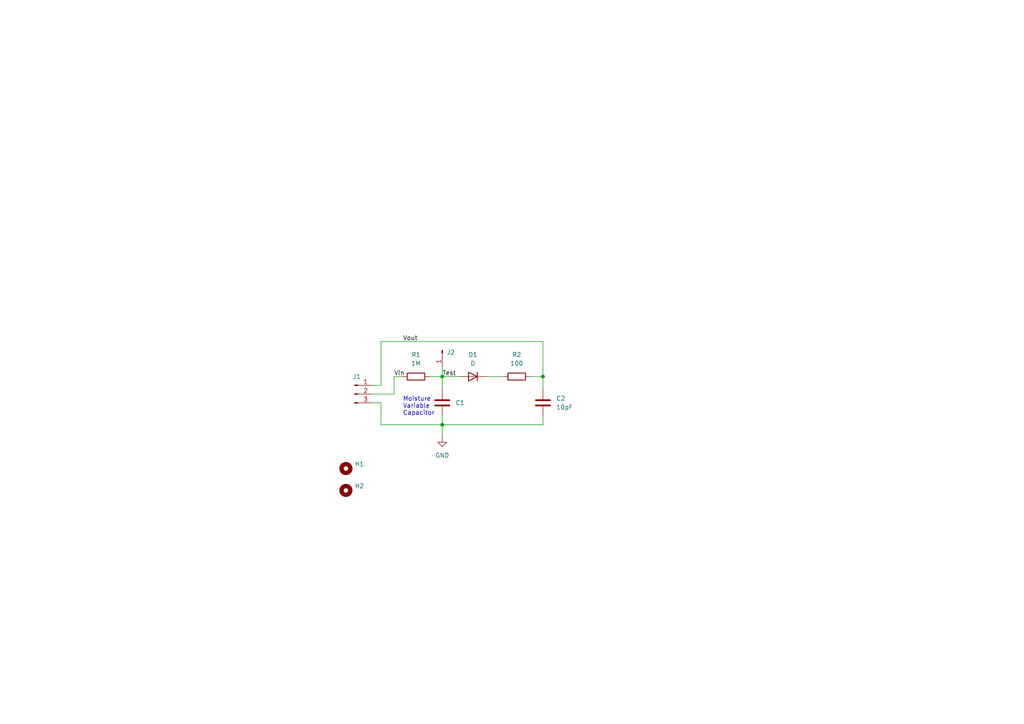
<source format=kicad_sch>
(kicad_sch (version 20211123) (generator eeschema)
  (paper "A4")
  (lib_symbols
    (symbol "Connector:Conn_01x01_Male" (pin_names (offset 1.016) hide)
      (property "Reference" "J" (at 0 2.54 0))
      (property "Value" "Conn_01x01_Male" (at 0 -2.54 0))
      (symbol "Conn_01x01_Male_1_1"
        (polyline (pts (xy 1.27 0) (xy 0.8636 0)) (stroke (width 0.1524)))
        (rectangle (start 0.8636 0.127) (end 0 -0.127) (stroke (width 0.1524)) (fill (type outline)))
        (pin passive line (at 5.08 0 180) (length 3.81) (name "Pin_1") (number "1"))
      )
    )
    (symbol "Connector:Conn_01x03_Male" (pin_names (offset 1.016) hide)
      (property "Reference" "J" (at 0 5.08 0))
      (property "Value" "Conn_01x03_Male" (at 0 -5.08 0))
      (symbol "Conn_01x03_Male_1_1"
        (polyline (pts (xy 1.27 -2.54) (xy 0.8636 -2.54)) (stroke (width 0.1524)))
        (polyline (pts (xy 1.27 0) (xy 0.8636 0)) (stroke (width 0.1524)))
        (polyline (pts (xy 1.27 2.54) (xy 0.8636 2.54)) (stroke (width 0.1524)))
        (rectangle (start 0.8636 -2.413) (end 0 -2.667) (stroke (width 0.1524)) (fill (type outline)))
        (rectangle (start 0.8636 0.127) (end 0 -0.127) (stroke (width 0.1524)) (fill (type outline)))
        (rectangle (start 0.8636 2.667) (end 0 2.413) (stroke (width 0.1524)) (fill (type outline)))
        (pin passive line (at 5.08 2.54 180) (length 3.81) (name "Pin_1") (number "1"))
        (pin passive line (at 5.08 0 180) (length 3.81) (name "Pin_2") (number "2"))
        (pin passive line (at 5.08 -2.54 180) (length 3.81) (name "Pin_3") (number "3"))
      )
    )
    (symbol "Device:C" (pin_numbers hide) (pin_names (offset 0.254))
      (property "Reference" "C" (at 0.635 2.54 0))
      (property "Value" "C" (at 0.635 -2.54 0))
      (symbol "C_0_1"
        (polyline (pts (xy -2.032 -0.762) (xy 2.032 -0.762)) (stroke (width 0.508)))
        (polyline (pts (xy -2.032 0.762) (xy 2.032 0.762)) (stroke (width 0.508)))
      )
      (symbol "C_1_1"
        (pin passive line (at 0 3.81 270) (length 2.794) (name "~") (number "1"))
        (pin passive line (at 0 -3.81 90) (length 2.794) (name "~") (number "2"))
      )
    )
    (symbol "Device:D" (pin_numbers hide) (pin_names (offset 1.016) hide)
      (property "Reference" "D" (at 0 2.54 0))
      (property "Value" "D" (at 0 -2.54 0))
      (symbol "D_0_1"
        (polyline (pts (xy -1.27 1.27) (xy -1.27 -1.27)) (stroke (width 0.254)))
        (polyline (pts (xy 1.27 0) (xy -1.27 0)))
        (polyline (pts (xy 1.27 1.27) (xy 1.27 -1.27) (xy -1.27 0) (xy 1.27 1.27)) (stroke (width 0.254)))
      )
      (symbol "D_1_1"
        (pin passive line (at -3.81 0 0) (length 2.54) (name "K") (number "1"))
        (pin passive line (at 3.81 0 180) (length 2.54) (name "A") (number "2"))
      )
    )
    (symbol "Device:R" (pin_numbers hide) (pin_names (offset 0))
      (property "Reference" "R" (at 2.032 0 90))
      (property "Value" "R" (at 0 0 90))
      (symbol "R_0_1"
        (rectangle (start -1.016 -2.54) (end 1.016 2.54) (stroke (width 0.254)))
      )
      (symbol "R_1_1"
        (pin passive line (at 0 3.81 270) (length 1.27) (name "~") (number "1"))
        (pin passive line (at 0 -3.81 90) (length 1.27) (name "~") (number "2"))
      )
    )
    (symbol "Mechanical:MountingHole" (pin_names (offset 1.016))
      (property "Reference" "H" (at 0 5.08 0))
      (property "Value" "MountingHole" (at 0 3.175 0))
      (symbol "MountingHole_0_1"
        (circle (center 0 0) (radius 1.27) (stroke (width 1.27)))
      )
    )
    (symbol "power:GND" (power) (pin_names (offset 0))
      (property "Value" "GND" (at 0 -3.81 0))
      (symbol "GND_0_1"
        (polyline (pts (xy 0 0) (xy 0 -1.27) (xy 1.27 -1.27) (xy 0 -2.54) (xy -1.27 -1.27) (xy 0 -1.27)))
      )
      (symbol "GND_1_1"
        (pin power_in line (at 0 0 270) (length 0) hide (name "GND") (number "1"))
      )
    )
  )
  (junction (at 128.27 123.19))
  (junction (at 128.27 109.22))
  (junction (at 157.48 109.22))
  (wire (pts (xy 128.27 120.65) (xy 128.27 123.19)))
  (wire (pts (xy 114.3 109.22) (xy 116.84 109.22)))
  (wire (pts (xy 128.27 123.19) (xy 128.27 127)))
  (wire (pts (xy 110.49 111.76) (xy 110.49 99.06)))
  (wire (pts (xy 107.95 111.76) (xy 110.49 111.76)))
  (wire (pts (xy 110.49 116.84) (xy 110.49 123.19)))
  (wire (pts (xy 140.97 109.22) (xy 146.05 109.22)))
  (wire (pts (xy 110.49 123.19) (xy 128.27 123.19)))
  (wire (pts (xy 107.95 116.84) (xy 110.49 116.84)))
  (wire (pts (xy 128.27 109.22) (xy 128.27 113.03)))
  (wire (pts (xy 128.27 123.19) (xy 157.48 123.19)))
  (wire (pts (xy 157.48 109.22) (xy 157.48 113.03)))
  (wire (pts (xy 114.3 114.3) (xy 114.3 109.22)))
  (wire (pts (xy 157.48 120.65) (xy 157.48 123.19)))
  (wire (pts (xy 107.95 114.3) (xy 114.3 114.3)))
  (wire (pts (xy 157.48 99.06) (xy 157.48 109.22)))
  (wire (pts (xy 110.49 99.06) (xy 157.48 99.06)))
  (wire (pts (xy 128.27 109.22) (xy 133.35 109.22)))
  (wire (pts (xy 153.67 109.22) (xy 157.48 109.22)))
  (wire (pts (xy 124.46 109.22) (xy 128.27 109.22)))
  (wire (pts (xy 128.27 106.68) (xy 128.27 109.22)))
  (text "Moisture\nVariable\nCapacitor\n" (at 116.84 120.65 0) (effects (font (size 1.27 1.27)) (justify left bottom)))
  (label "Vin" (at 114.3 109.22 0))
  (label "Vout" (at 116.84 99.06 0))
  (label "Test" (at 128.27 109.22 0))
  (symbol (lib_id "power:GND") (at 128.27 127 0) (unit 1)
    (property "Reference" "#PWR0101" (effects hide))
    (property "Value" "GND" (at 128.27 132.08 0))
  )
  (symbol (lib_id "Device:C") (at 128.27 116.84 0) (unit 1)
    (property "Reference" "C1" (at 132.08 116.8399 0) (effects (justify left)))
    (property "Value" "C" (effects hide))
    (property "Footprint" "lib:Moisture_Capacitor" (effects hide))
  )
  (symbol (lib_id "Device:R") (at 149.86 109.22 90) (unit 1)
    (property "Reference" "R2" (at 149.86 102.87 90))
    (property "Value" "100" (at 149.86 105.41 90))
    (property "Footprint" "Resistor_THT:R_Axial_DIN0207_L6.3mm_D2.5mm_P2.54mm_Vertical" (effects hide))
  )
  (symbol (lib_id "Device:D") (at 137.16 109.22 180) (unit 1)
    (property "Reference" "D1" (at 137.16 102.87 0))
    (property "Value" "D" (at 137.16 105.41 0))
    (property "Footprint" "Diode_THT:D_A-405_P7.62mm_Horizontal" (effects hide))
  )
  (symbol (lib_id "Connector:Conn_01x03_Male") (at 102.87 114.3 0) (unit 1)
    (property "Reference" "J1" (at 103.505 109.22 0))
    (property "Value" "Conn_01x03_Male" (effects hide))
    (property "Footprint" "Connector_PinHeader_2.54mm:PinHeader_1x03_P2.54mm_Vertical" (effects hide))
  )
  (symbol (lib_id "Device:C") (at 157.48 116.84 0) (unit 1)
    (property "Reference" "C2" (at 161.29 115.5699 0) (effects (justify left)))
    (property "Value" "10pF" (at 161.29 118.1099 0) (effects (justify left)))
    (property "Footprint" "Capacitor_THT:C_Disc_D4.3mm_W1.9mm_P5.00mm" (effects hide))
  )
  (symbol (lib_id "Device:R") (at 120.65 109.22 90) (unit 1)
    (property "Reference" "R1" (at 120.65 102.87 90))
    (property "Value" "1M" (at 120.65 105.41 90))
    (property "Footprint" "Resistor_THT:R_Axial_DIN0207_L6.3mm_D2.5mm_P2.54mm_Vertical" (effects hide))
  )
  (symbol (lib_id "Mechanical:MountingHole") (at 100.33 142.24 0) (unit 1)
    (property "Reference" "H2" (at 102.87 140.9699 0) (effects (justify left)))
    (property "Value" "MountingHole" (effects hide))
    (property "Footprint" "MountingHole:MountingHole_2.2mm_M2" (effects hide))
  )
  (symbol (lib_id "Connector:Conn_01x01_Male") (at 128.27 101.6 270) (unit 1)
    (property "Reference" "J2" (at 129.54 102.2349 90) (effects (justify left)))
    (property "Value" "Conn_01x01_Male" (effects hide))
    (property "Footprint" "Connector_PinHeader_2.54mm:PinHeader_1x01_P2.54mm_Vertical" (effects hide))
  )
  (symbol (lib_id "Mechanical:MountingHole") (at 100.33 135.89 0) (unit 1)
    (property "Reference" "H1" (at 102.87 134.6199 0) (effects (justify left)))
    (property "Value" "MountingHole" (effects hide))
    (property "Footprint" "MountingHole:MountingHole_2.2mm_M2" (effects hide))
  )
)
</source>
